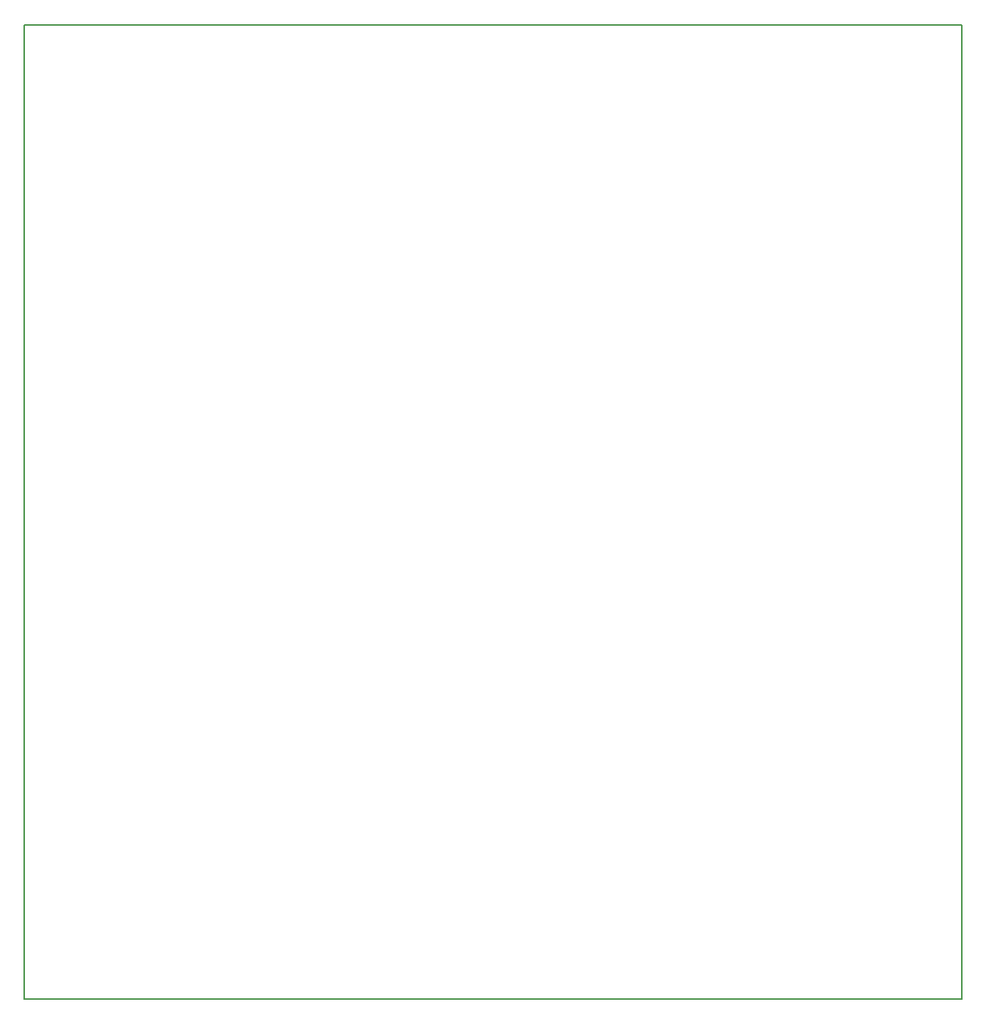
<source format=gbr>
G04 DipTrace 3.3.1.3*
G04 BoardOutline.gbr*
%MOMM*%
G04 #@! TF.FileFunction,Profile*
G04 #@! TF.Part,Single*
%ADD11C,0.14*%
%FSLAX35Y35*%
G04*
G71*
G90*
G75*
G01*
G04 BoardOutline*
%LPD*%
X1000000Y11900000D2*
D11*
X11500000D1*
Y1000000D1*
X1000000D1*
Y11900000D1*
M02*

</source>
